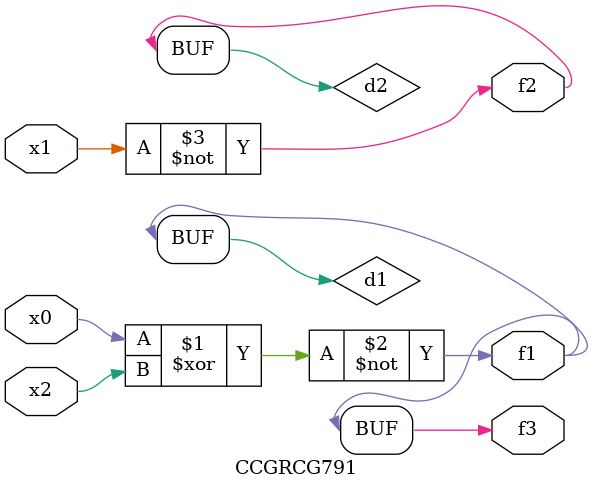
<source format=v>
module CCGRCG791(
	input x0, x1, x2,
	output f1, f2, f3
);

	wire d1, d2, d3;

	xnor (d1, x0, x2);
	nand (d2, x1);
	nor (d3, x1, x2);
	assign f1 = d1;
	assign f2 = d2;
	assign f3 = d1;
endmodule

</source>
